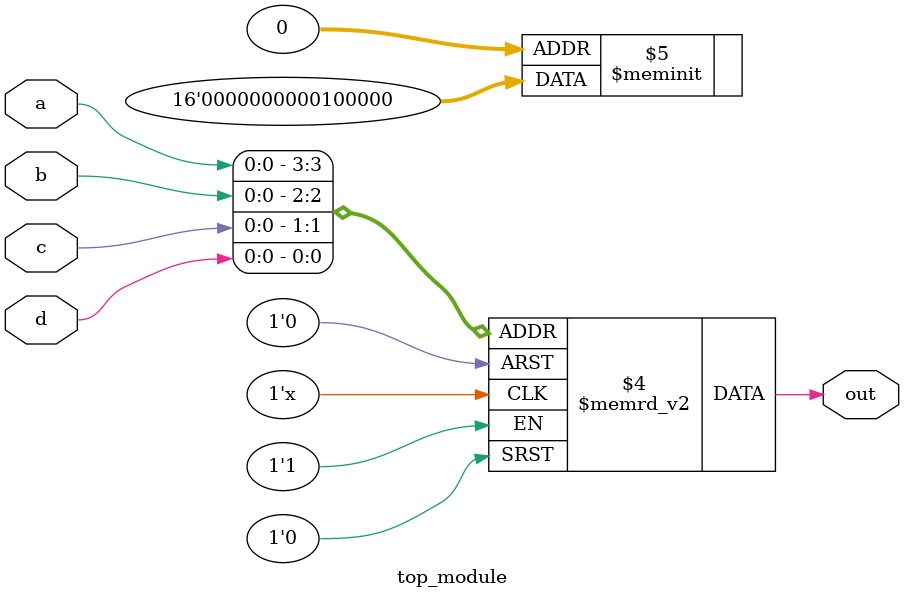
<source format=sv>
module top_module (
    input a, 
    input b,
    input c,
    input d,
    output reg out
);
    always @* begin
        case({a, b, c, d})
            4'b0000: out = 1'b0;
            4'b0001: out = 1'b0;
            4'b0010: out = 1'b0;
            4'b0011: out = 1'b0;
            4'b0100: out = 1'b0;
            4'b0101: out = 1'b1;
            4'b0110: out = 1'b0;
            4'b0111: out = 1'b0;
            4'b1000: out = 1'b0;
            4'b1001: out = 1'b0;
            4'b1010: out = 1'b0;
            4'b1011: out = 1'b0;
            4'b1100: out = 1'b0;
            4'b1101: out = 1'b0;
            4'b1110: out = 1'b0;
            4'b1111: out = 1'b0;
            default: out = 1'b0;
        endcase
    end
endmodule

</source>
